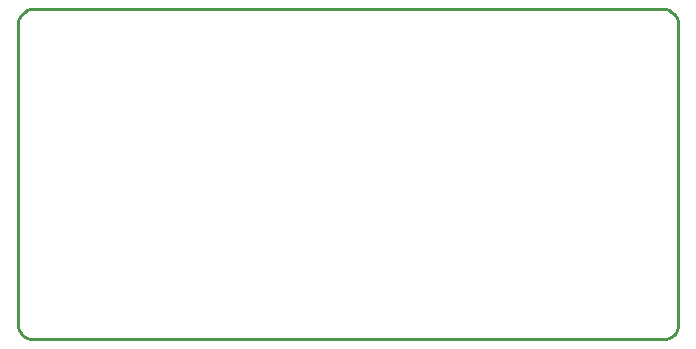
<source format=gko>
G04*
G04 #@! TF.GenerationSoftware,Altium Limited,Altium Designer,21.6.4 (81)*
G04*
G04 Layer_Color=16711935*
%FSLAX25Y25*%
%MOIN*%
G70*
G04*
G04 #@! TF.SameCoordinates,13C5D553-5763-431C-9762-CD72675E1F57*
G04*
G04*
G04 #@! TF.FilePolarity,Positive*
G04*
G01*
G75*
%ADD13C,0.01000*%
D13*
X445000Y280000D02*
X445975Y280096D01*
X446913Y280381D01*
X447778Y280843D01*
X448535Y281465D01*
X449157Y282222D01*
X449619Y283087D01*
X449904Y284025D01*
X450000Y285000D01*
Y385000D02*
X449904Y385976D01*
X449619Y386913D01*
X449157Y387778D01*
X448535Y388535D01*
X447778Y389157D01*
X446913Y389619D01*
X445975Y389904D01*
X445000Y390000D01*
X235000D02*
X234025Y389904D01*
X233087Y389619D01*
X232222Y389157D01*
X231465Y388535D01*
X230843Y387778D01*
X230381Y386913D01*
X230096Y385976D01*
X230000Y385000D01*
Y285000D02*
X230096Y284025D01*
X230381Y283087D01*
X230843Y282222D01*
X231465Y281465D01*
X232222Y280843D01*
X233087Y280381D01*
X234025Y280096D01*
X235000Y280000D01*
X450000Y285000D02*
Y385000D01*
X240000Y390000D02*
X445000D01*
X235000D02*
X240000D01*
X230000Y285000D02*
Y385000D01*
X235000Y280000D02*
X445000D01*
M02*

</source>
